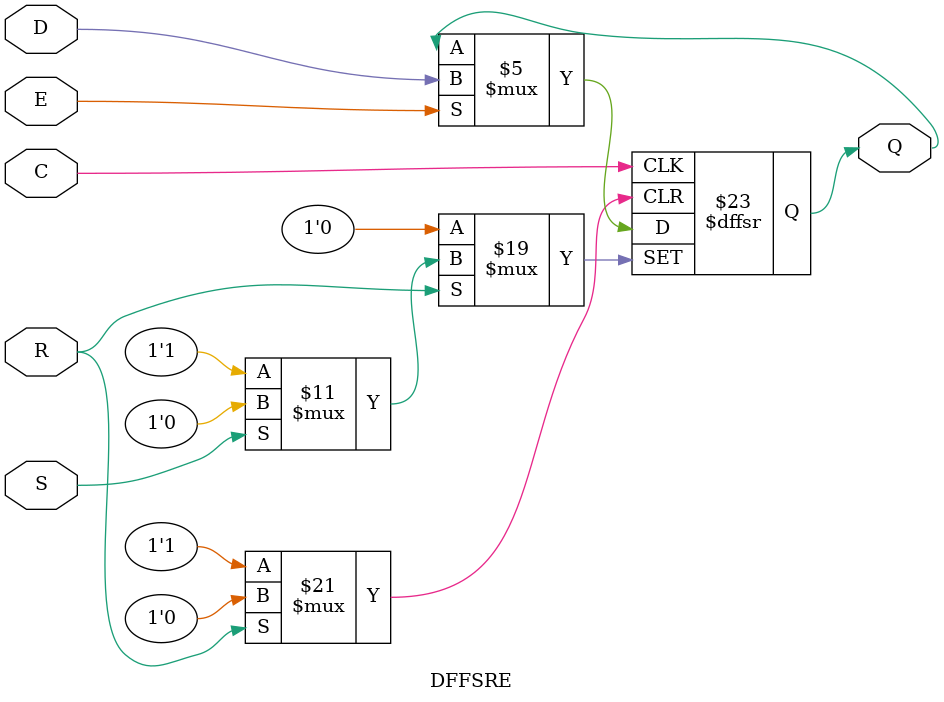
<source format=v>
`timescale 1ns/1ps




//K-input Look-Up Table
module LUT_K #(
    //The Look-up Table size (number of inputs)
    parameter K = 1, 

    //The lut mask.  
    //Left-most (MSB) bit corresponds to all inputs logic one. 
    //Defaults to always false.
    parameter LUT_MASK={2**K{1'b0}} 
) (
    input [K-1:0] in,
    output out
);

`ifndef IVERILOG   
    specify
        (in *> out) = "";
    endspecify
`else
    specparam T1 = 3,
            T2 = 2;
    specify
        (in *> out) = (T1, T2);
    endspecify
`endif
   
    assign out = LUT_MASK[in];

endmodule

//------------------------------------------------------------------------------
// Rising-edge D-flip-flop with
// active-Low asynchronous reset and
// active-high enable
//------------------------------------------------------------------------------
module dffre(
    input D,
    input R,
    input E,
    (* clkbuf_sink *)
    input C,
    output reg Q
);
`ifndef VCS_MODE
parameter INIT_VALUE = 1'b0;
initial begin
    Q = INIT_VALUE;
end
`endif
    always @(posedge C or negedge R)
        if (R == 1'b0)
            Q <= 1'b0;
        else if (E == 1'b1)
            Q <= D;
endmodule

//------------------------------------------------------------------------------
// Falling-edge D-flip-flop with
// active-Low asynchronous reset and
// active-high enable
//------------------------------------------------------------------------------
module dffnre(
    input D,
    input R,
    input E,
    (* clkbuf_sink *)
    input C,
    output reg Q
);
`ifndef VCS_MODE
parameter INIT_VALUE = 1'b0;
initial begin
    Q = INIT_VALUE;
end
`endif
    always @(negedge C or negedge R)
        if (R == 1'b0)
            Q <= 1'b0;
        else if (E == 1'b1)
            Q <= D;
endmodule

//D-FlipFlop module
module DFF #(
    parameter INITIAL_VALUE=1'b0    
) (
    input clk,
    input D,
    output reg Q
);

`ifndef IVERILOG   
    specify
        (clk => Q) = "";
        $setup(D, posedge clk, "");
        $hold(posedge clk, D, "");
    endspecify
`else
   specparam T1 = 3,
            T2 = 2;
   specparam tSetup = 1;
   specparam tHold = 1;
   specify
        (clk => Q) = (T1, T2);
        $setup(D, posedge clk,  tSetup);
        $hold(posedge clk, D, tHold);
    endspecify
`endif

    initial begin
        Q <= INITIAL_VALUE;
    end

    always@(posedge clk) begin
        Q <= D;
    end
endmodule

//Routing fpga_interconnect module
module fpga_interconnect(
    input datain,
    output dataout
);

`ifndef IVERILOG   
    specify
       (datain=>dataout)="";
    endspecify
`else
   specparam T1 = 3,
            T2 = 2;
    specify
       (datain=>dataout) = (T1, T2);
    endspecify
`endif

    assign dataout = datain;

endmodule


//2-to-1 mux module
module mux(
    input select,
    input x,
    input y,
    output z
);

    assign z = (x & ~select) | (y & select);

endmodule

//n-bit adder
module adder #(
    parameter WIDTH = 1   
) (
    input [WIDTH-1:0] a, 
    input [WIDTH-1:0] b, 
    input cin, 
    output cout, 
    output [WIDTH-1:0] sumout);

`ifndef IVERILOG   
   specify
      (a*>sumout)="";
      (b*>sumout)="";
      (cin*>sumout)="";
      (a*>cout)="";
      (b*>cout)="";
      (cin=>cout)="";
   endspecify
`endif
   
   assign {cout, sumout} = a + b + cin;
   
endmodule
   
//nxn multiplier module
module multiply #(
    //The width of input signals
    parameter WIDTH = 1
) (
    input [WIDTH-1:0] a,
    input [WIDTH-1:0] b,
    output [2*WIDTH-1:0] out
);

`ifndef IVERILOG   
    specify
        (a *> out) = "";
        (b *> out) = "";
    endspecify
`endif
   
    assign out = a * b;

endmodule // mult

//single_port_ram module
(* keep_hierarchy *)
module single_port_ram #(
    parameter ADDR_WIDTH = 1,
    parameter DATA_WIDTH = 1
) (
    input clk,
    input [ADDR_WIDTH-1:0] addr,
    input [DATA_WIDTH-1:0] data,
    input we,
    output reg [DATA_WIDTH-1:0] out
);

    localparam MEM_DEPTH = 2 ** ADDR_WIDTH;

    reg [DATA_WIDTH-1:0] Mem[MEM_DEPTH-1:0];

`ifndef IVERILOG   
    specify
        (clk*>out)="";
        $setup(addr, posedge clk, "");
        $setup(data, posedge clk, "");
        $setup(we, posedge clk, "");
        $hold(posedge clk, addr, "");
        $hold(posedge clk, data, "");
        $hold(posedge clk, we, "");
    endspecify
`endif
   
    always@(posedge clk) begin
        if(we) begin
            Mem[addr] = data;
        end
    	out = Mem[addr]; //New data read-during write behaviour (blocking assignments)
    end
   
endmodule // single_port_RAM

module DFFSRE(
    output reg Q,
    input D,
    (* clkbuf_sink *)
    input C,
    input E,
    input R,
    input S
);
 `ifndef VCS_MODE
    parameter [0:0] INIT = 1'b0;
    initial Q = INIT;
`endif

    always @(posedge C or negedge S or negedge R)
        if (!R)
            Q <= 1'b0;
        else if (!S)
            Q <= 1'b1;
        else if (E)
            Q <= D;
        
endmodule 

</source>
